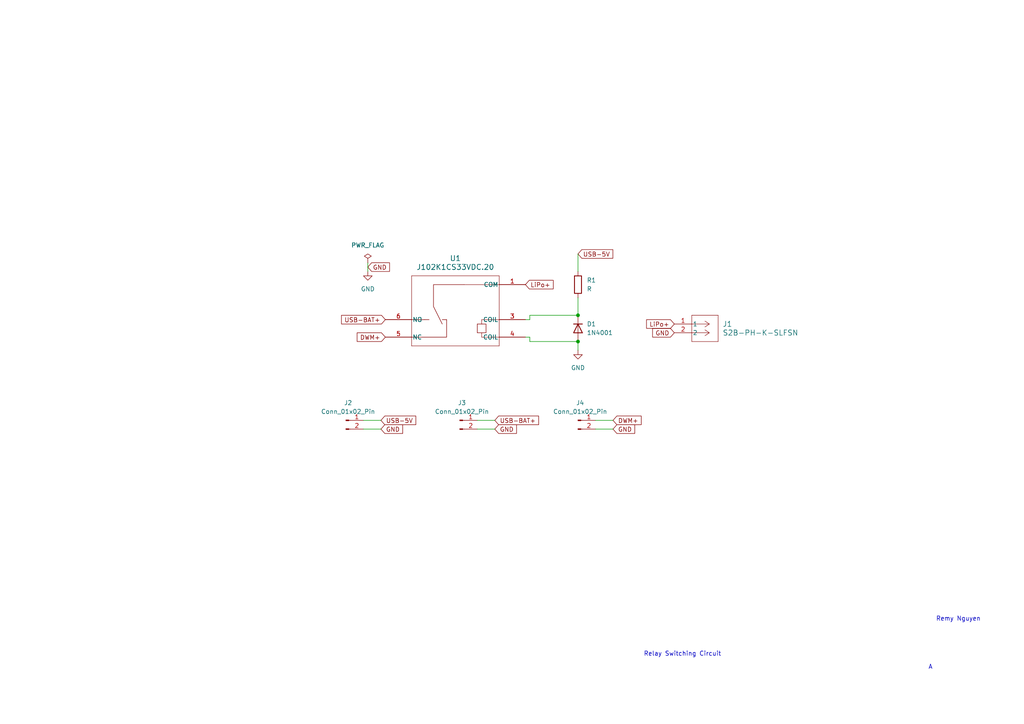
<source format=kicad_sch>
(kicad_sch (version 20230121) (generator eeschema)

  (uuid dc26678c-d15a-4c7c-a3c1-8a6982df83ee)

  (paper "A4")

  (lib_symbols
    (symbol "Connector:Conn_01x02_Pin" (pin_names (offset 1.016) hide) (in_bom yes) (on_board yes)
      (property "Reference" "J" (at 0 2.54 0)
        (effects (font (size 1.27 1.27)))
      )
      (property "Value" "Conn_01x02_Pin" (at 0 -5.08 0)
        (effects (font (size 1.27 1.27)))
      )
      (property "Footprint" "" (at 0 0 0)
        (effects (font (size 1.27 1.27)) hide)
      )
      (property "Datasheet" "~" (at 0 0 0)
        (effects (font (size 1.27 1.27)) hide)
      )
      (property "ki_locked" "" (at 0 0 0)
        (effects (font (size 1.27 1.27)))
      )
      (property "ki_keywords" "connector" (at 0 0 0)
        (effects (font (size 1.27 1.27)) hide)
      )
      (property "ki_description" "Generic connector, single row, 01x02, script generated" (at 0 0 0)
        (effects (font (size 1.27 1.27)) hide)
      )
      (property "ki_fp_filters" "Connector*:*_1x??_*" (at 0 0 0)
        (effects (font (size 1.27 1.27)) hide)
      )
      (symbol "Conn_01x02_Pin_1_1"
        (polyline
          (pts
            (xy 1.27 -2.54)
            (xy 0.8636 -2.54)
          )
          (stroke (width 0.1524) (type default))
          (fill (type none))
        )
        (polyline
          (pts
            (xy 1.27 0)
            (xy 0.8636 0)
          )
          (stroke (width 0.1524) (type default))
          (fill (type none))
        )
        (rectangle (start 0.8636 -2.413) (end 0 -2.667)
          (stroke (width 0.1524) (type default))
          (fill (type outline))
        )
        (rectangle (start 0.8636 0.127) (end 0 -0.127)
          (stroke (width 0.1524) (type default))
          (fill (type outline))
        )
        (pin passive line (at 5.08 0 180) (length 3.81)
          (name "Pin_1" (effects (font (size 1.27 1.27))))
          (number "1" (effects (font (size 1.27 1.27))))
        )
        (pin passive line (at 5.08 -2.54 180) (length 3.81)
          (name "Pin_2" (effects (font (size 1.27 1.27))))
          (number "2" (effects (font (size 1.27 1.27))))
        )
      )
    )
    (symbol "Device:R" (pin_numbers hide) (pin_names (offset 0)) (in_bom yes) (on_board yes)
      (property "Reference" "R" (at 2.032 0 90)
        (effects (font (size 1.27 1.27)))
      )
      (property "Value" "R" (at 0 0 90)
        (effects (font (size 1.27 1.27)))
      )
      (property "Footprint" "" (at -1.778 0 90)
        (effects (font (size 1.27 1.27)) hide)
      )
      (property "Datasheet" "~" (at 0 0 0)
        (effects (font (size 1.27 1.27)) hide)
      )
      (property "ki_keywords" "R res resistor" (at 0 0 0)
        (effects (font (size 1.27 1.27)) hide)
      )
      (property "ki_description" "Resistor" (at 0 0 0)
        (effects (font (size 1.27 1.27)) hide)
      )
      (property "ki_fp_filters" "R_*" (at 0 0 0)
        (effects (font (size 1.27 1.27)) hide)
      )
      (symbol "R_0_1"
        (rectangle (start -1.016 -2.54) (end 1.016 2.54)
          (stroke (width 0.254) (type default))
          (fill (type none))
        )
      )
      (symbol "R_1_1"
        (pin passive line (at 0 3.81 270) (length 1.27)
          (name "~" (effects (font (size 1.27 1.27))))
          (number "1" (effects (font (size 1.27 1.27))))
        )
        (pin passive line (at 0 -3.81 90) (length 1.27)
          (name "~" (effects (font (size 1.27 1.27))))
          (number "2" (effects (font (size 1.27 1.27))))
        )
      )
    )
    (symbol "Diode:1N4001" (pin_numbers hide) (pin_names hide) (in_bom yes) (on_board yes)
      (property "Reference" "D" (at 0 2.54 0)
        (effects (font (size 1.27 1.27)))
      )
      (property "Value" "1N4001" (at 0 -2.54 0)
        (effects (font (size 1.27 1.27)))
      )
      (property "Footprint" "Diode_THT:D_DO-41_SOD81_P10.16mm_Horizontal" (at 0 0 0)
        (effects (font (size 1.27 1.27)) hide)
      )
      (property "Datasheet" "http://www.vishay.com/docs/88503/1n4001.pdf" (at 0 0 0)
        (effects (font (size 1.27 1.27)) hide)
      )
      (property "Sim.Device" "D" (at 0 0 0)
        (effects (font (size 1.27 1.27)) hide)
      )
      (property "Sim.Pins" "1=K 2=A" (at 0 0 0)
        (effects (font (size 1.27 1.27)) hide)
      )
      (property "ki_keywords" "diode" (at 0 0 0)
        (effects (font (size 1.27 1.27)) hide)
      )
      (property "ki_description" "50V 1A General Purpose Rectifier Diode, DO-41" (at 0 0 0)
        (effects (font (size 1.27 1.27)) hide)
      )
      (property "ki_fp_filters" "D*DO?41*" (at 0 0 0)
        (effects (font (size 1.27 1.27)) hide)
      )
      (symbol "1N4001_0_1"
        (polyline
          (pts
            (xy -1.27 1.27)
            (xy -1.27 -1.27)
          )
          (stroke (width 0.254) (type default))
          (fill (type none))
        )
        (polyline
          (pts
            (xy 1.27 0)
            (xy -1.27 0)
          )
          (stroke (width 0) (type default))
          (fill (type none))
        )
        (polyline
          (pts
            (xy 1.27 1.27)
            (xy 1.27 -1.27)
            (xy -1.27 0)
            (xy 1.27 1.27)
          )
          (stroke (width 0.254) (type default))
          (fill (type none))
        )
      )
      (symbol "1N4001_1_1"
        (pin passive line (at -3.81 0 0) (length 2.54)
          (name "K" (effects (font (size 1.27 1.27))))
          (number "1" (effects (font (size 1.27 1.27))))
        )
        (pin passive line (at 3.81 0 180) (length 2.54)
          (name "A" (effects (font (size 1.27 1.27))))
          (number "2" (effects (font (size 1.27 1.27))))
        )
      )
    )
    (symbol "J104D2C5DC-20S:J102K1CS33VDC.20" (pin_names (offset 0.254)) (in_bom yes) (on_board yes)
      (property "Reference" "U" (at 20.32 10.16 0)
        (effects (font (size 1.524 1.524)))
      )
      (property "Value" "J102K1CS33VDC.20" (at 20.32 7.62 0)
        (effects (font (size 1.524 1.524)))
      )
      (property "Footprint" "RELAY8_J102K1CS33VDC.20_CRS" (at 0 0 0)
        (effects (font (size 1.27 1.27) italic) hide)
      )
      (property "Datasheet" "J102K1CS33VDC.20" (at 0 0 0)
        (effects (font (size 1.27 1.27) italic) hide)
      )
      (property "ki_locked" "" (at 0 0 0)
        (effects (font (size 1.27 1.27)))
      )
      (property "ki_keywords" "J104D2C5VDC.20S" (at 0 0 0)
        (effects (font (size 1.27 1.27)) hide)
      )
      (property "ki_fp_filters" "RELAY8_J104D2C5VDC.20S_CRS" (at 0 0 0)
        (effects (font (size 1.27 1.27)) hide)
      )
      (symbol "J102K1CS33VDC.20_0_1"
        (polyline
          (pts
            (xy 7.62 -15.24)
            (xy 33.02 -15.24)
          )
          (stroke (width 0.127) (type default))
          (fill (type none))
        )
        (polyline
          (pts
            (xy 7.62 5.08)
            (xy 7.62 -15.24)
          )
          (stroke (width 0.127) (type default))
          (fill (type none))
        )
        (polyline
          (pts
            (xy 22.86 2.54)
            (xy 33.02 2.54)
          )
          (stroke (width 0.127) (type default))
          (fill (type none))
        )
        (polyline
          (pts
            (xy 27.94 -12.7)
            (xy 33.02 -12.7)
          )
          (stroke (width 0.127) (type default))
          (fill (type none))
        )
        (polyline
          (pts
            (xy 27.94 -11.43)
            (xy 27.94 -12.7)
          )
          (stroke (width 0.127) (type default))
          (fill (type none))
        )
        (polyline
          (pts
            (xy 27.94 -7.62)
            (xy 27.94 -8.89)
          )
          (stroke (width 0.127) (type default))
          (fill (type none))
        )
        (polyline
          (pts
            (xy 33.02 -15.24)
            (xy 33.02 5.08)
          )
          (stroke (width 0.127) (type default))
          (fill (type none))
        )
        (polyline
          (pts
            (xy 33.02 -7.62)
            (xy 27.94 -7.62)
          )
          (stroke (width 0.127) (type default))
          (fill (type none))
        )
        (polyline
          (pts
            (xy 33.02 5.08)
            (xy 7.62 5.08)
          )
          (stroke (width 0.127) (type default))
          (fill (type none))
        )
      )
      (symbol "J102K1CS33VDC.20_1_1"
        (polyline
          (pts
            (xy 7.62 -7.62)
            (xy 11.43 -7.62)
          )
          (stroke (width 0) (type default))
          (fill (type none))
        )
        (polyline
          (pts
            (xy 11.43 -7.62)
            (xy 12.7 -7.62)
          )
          (stroke (width 0) (type default))
          (fill (type none))
        )
        (polyline
          (pts
            (xy 17.78 -7.62)
            (xy 16.51 -7.62)
          )
          (stroke (width 0) (type default))
          (fill (type none))
        )
        (polyline
          (pts
            (xy 7.62 -12.7)
            (xy 17.78 -12.7)
            (xy 17.78 -7.62)
          )
          (stroke (width 0) (type default))
          (fill (type none))
        )
        (polyline
          (pts
            (xy 22.86 2.54)
            (xy 15.24 2.54)
            (xy 13.97 2.54)
            (xy 13.97 -3.81)
            (xy 16.51 -8.89)
          )
          (stroke (width 0) (type default))
          (fill (type none))
        )
        (rectangle (start 26.67 -8.89) (end 29.21 -11.43)
          (stroke (width 0) (type default))
          (fill (type none))
        )
        (pin passive line (at 40.64 2.54 180) (length 7.62)
          (name "COM" (effects (font (size 1.27 1.27))))
          (number "1" (effects (font (size 1.27 1.27))))
        )
        (pin passive line (at 40.64 -7.62 180) (length 7.62)
          (name "COIL" (effects (font (size 1.27 1.27))))
          (number "3" (effects (font (size 1.27 1.27))))
        )
        (pin passive line (at 40.64 -12.7 180) (length 7.62)
          (name "COIL" (effects (font (size 1.27 1.27))))
          (number "4" (effects (font (size 1.27 1.27))))
        )
        (pin passive line (at 0 -12.7 0) (length 7.62)
          (name "NC" (effects (font (size 1.27 1.27))))
          (number "5" (effects (font (size 1.27 1.27))))
        )
        (pin passive line (at 0 -7.62 0) (length 7.62)
          (name "NO" (effects (font (size 1.27 1.27))))
          (number "6" (effects (font (size 1.27 1.27))))
        )
      )
    )
    (symbol "S2B-PH-K-S:S2B-PH-K-SLFSN" (pin_names (offset 0.254)) (in_bom yes) (on_board yes)
      (property "Reference" "J" (at 8.89 6.35 0)
        (effects (font (size 1.524 1.524)))
      )
      (property "Value" "S2B-PH-K-SLFSN" (at 0 0 0)
        (effects (font (size 1.524 1.524)))
      )
      (property "Footprint" "CONN_S2B-PH-K-S_JST" (at 0 0 0)
        (effects (font (size 1.27 1.27) italic) hide)
      )
      (property "Datasheet" "S2B-PH-K-SLFSN" (at 0 0 0)
        (effects (font (size 1.27 1.27) italic) hide)
      )
      (property "ki_locked" "" (at 0 0 0)
        (effects (font (size 1.27 1.27)))
      )
      (property "ki_keywords" "S2B-PH-K-S(LF)(SN)" (at 0 0 0)
        (effects (font (size 1.27 1.27)) hide)
      )
      (property "ki_fp_filters" "CONN_S2B-PH-K-S_JST" (at 0 0 0)
        (effects (font (size 1.27 1.27)) hide)
      )
      (symbol "S2B-PH-K-SLFSN_1_1"
        (polyline
          (pts
            (xy 5.08 -5.08)
            (xy 12.7 -5.08)
          )
          (stroke (width 0.127) (type default))
          (fill (type none))
        )
        (polyline
          (pts
            (xy 5.08 2.54)
            (xy 5.08 -5.08)
          )
          (stroke (width 0.127) (type default))
          (fill (type none))
        )
        (polyline
          (pts
            (xy 10.16 -2.54)
            (xy 5.08 -2.54)
          )
          (stroke (width 0.127) (type default))
          (fill (type none))
        )
        (polyline
          (pts
            (xy 10.16 -2.54)
            (xy 8.89 -3.3867)
          )
          (stroke (width 0.127) (type default))
          (fill (type none))
        )
        (polyline
          (pts
            (xy 10.16 -2.54)
            (xy 8.89 -1.6933)
          )
          (stroke (width 0.127) (type default))
          (fill (type none))
        )
        (polyline
          (pts
            (xy 10.16 0)
            (xy 5.08 0)
          )
          (stroke (width 0.127) (type default))
          (fill (type none))
        )
        (polyline
          (pts
            (xy 10.16 0)
            (xy 8.89 -0.8467)
          )
          (stroke (width 0.127) (type default))
          (fill (type none))
        )
        (polyline
          (pts
            (xy 10.16 0)
            (xy 8.89 0.8467)
          )
          (stroke (width 0.127) (type default))
          (fill (type none))
        )
        (polyline
          (pts
            (xy 12.7 -5.08)
            (xy 12.7 2.54)
          )
          (stroke (width 0.127) (type default))
          (fill (type none))
        )
        (polyline
          (pts
            (xy 12.7 2.54)
            (xy 5.08 2.54)
          )
          (stroke (width 0.127) (type default))
          (fill (type none))
        )
        (pin passive line (at 0 0 0) (length 5.08)
          (name "1" (effects (font (size 1.27 1.27))))
          (number "1" (effects (font (size 1.27 1.27))))
        )
        (pin passive line (at 0 -2.54 0) (length 5.08)
          (name "2" (effects (font (size 1.27 1.27))))
          (number "2" (effects (font (size 1.27 1.27))))
        )
      )
      (symbol "S2B-PH-K-SLFSN_1_2"
        (polyline
          (pts
            (xy 5.08 -5.08)
            (xy 12.7 -5.08)
          )
          (stroke (width 0.127) (type default))
          (fill (type none))
        )
        (polyline
          (pts
            (xy 5.08 2.54)
            (xy 5.08 -5.08)
          )
          (stroke (width 0.127) (type default))
          (fill (type none))
        )
        (polyline
          (pts
            (xy 7.62 -2.54)
            (xy 5.08 -2.54)
          )
          (stroke (width 0.127) (type default))
          (fill (type none))
        )
        (polyline
          (pts
            (xy 7.62 -2.54)
            (xy 8.89 -3.3867)
          )
          (stroke (width 0.127) (type default))
          (fill (type none))
        )
        (polyline
          (pts
            (xy 7.62 -2.54)
            (xy 8.89 -1.6933)
          )
          (stroke (width 0.127) (type default))
          (fill (type none))
        )
        (polyline
          (pts
            (xy 7.62 0)
            (xy 5.08 0)
          )
          (stroke (width 0.127) (type default))
          (fill (type none))
        )
        (polyline
          (pts
            (xy 7.62 0)
            (xy 8.89 -0.8467)
          )
          (stroke (width 0.127) (type default))
          (fill (type none))
        )
        (polyline
          (pts
            (xy 7.62 0)
            (xy 8.89 0.8467)
          )
          (stroke (width 0.127) (type default))
          (fill (type none))
        )
        (polyline
          (pts
            (xy 12.7 -5.08)
            (xy 12.7 2.54)
          )
          (stroke (width 0.127) (type default))
          (fill (type none))
        )
        (polyline
          (pts
            (xy 12.7 2.54)
            (xy 5.08 2.54)
          )
          (stroke (width 0.127) (type default))
          (fill (type none))
        )
        (pin unspecified line (at 0 0 0) (length 5.08)
          (name "1" (effects (font (size 1.27 1.27))))
          (number "1" (effects (font (size 1.27 1.27))))
        )
        (pin unspecified line (at 0 -2.54 0) (length 5.08)
          (name "2" (effects (font (size 1.27 1.27))))
          (number "2" (effects (font (size 1.27 1.27))))
        )
      )
    )
    (symbol "power:GND" (power) (pin_names (offset 0)) (in_bom yes) (on_board yes)
      (property "Reference" "#PWR" (at 0 -6.35 0)
        (effects (font (size 1.27 1.27)) hide)
      )
      (property "Value" "GND" (at 0 -3.81 0)
        (effects (font (size 1.27 1.27)))
      )
      (property "Footprint" "" (at 0 0 0)
        (effects (font (size 1.27 1.27)) hide)
      )
      (property "Datasheet" "" (at 0 0 0)
        (effects (font (size 1.27 1.27)) hide)
      )
      (property "ki_keywords" "global power" (at 0 0 0)
        (effects (font (size 1.27 1.27)) hide)
      )
      (property "ki_description" "Power symbol creates a global label with name \"GND\" , ground" (at 0 0 0)
        (effects (font (size 1.27 1.27)) hide)
      )
      (symbol "GND_0_1"
        (polyline
          (pts
            (xy 0 0)
            (xy 0 -1.27)
            (xy 1.27 -1.27)
            (xy 0 -2.54)
            (xy -1.27 -1.27)
            (xy 0 -1.27)
          )
          (stroke (width 0) (type default))
          (fill (type none))
        )
      )
      (symbol "GND_1_1"
        (pin power_in line (at 0 0 270) (length 0) hide
          (name "GND" (effects (font (size 1.27 1.27))))
          (number "1" (effects (font (size 1.27 1.27))))
        )
      )
    )
    (symbol "power:PWR_FLAG" (power) (pin_numbers hide) (pin_names (offset 0) hide) (in_bom yes) (on_board yes)
      (property "Reference" "#FLG" (at 0 1.905 0)
        (effects (font (size 1.27 1.27)) hide)
      )
      (property "Value" "PWR_FLAG" (at 0 3.81 0)
        (effects (font (size 1.27 1.27)))
      )
      (property "Footprint" "" (at 0 0 0)
        (effects (font (size 1.27 1.27)) hide)
      )
      (property "Datasheet" "~" (at 0 0 0)
        (effects (font (size 1.27 1.27)) hide)
      )
      (property "ki_keywords" "flag power" (at 0 0 0)
        (effects (font (size 1.27 1.27)) hide)
      )
      (property "ki_description" "Special symbol for telling ERC where power comes from" (at 0 0 0)
        (effects (font (size 1.27 1.27)) hide)
      )
      (symbol "PWR_FLAG_0_0"
        (pin power_out line (at 0 0 90) (length 0)
          (name "pwr" (effects (font (size 1.27 1.27))))
          (number "1" (effects (font (size 1.27 1.27))))
        )
      )
      (symbol "PWR_FLAG_0_1"
        (polyline
          (pts
            (xy 0 0)
            (xy 0 1.27)
            (xy -1.016 1.905)
            (xy 0 2.54)
            (xy 1.016 1.905)
            (xy 0 1.27)
          )
          (stroke (width 0) (type default))
          (fill (type none))
        )
      )
    )
  )

  (junction (at 167.64 91.44) (diameter 0) (color 0 0 0 0)
    (uuid 5b49062d-8467-4720-b23f-a9aaa37e3ab4)
  )
  (junction (at 167.64 99.06) (diameter 0) (color 0 0 0 0)
    (uuid 923a612f-641c-43cf-a64c-98cdd6485877)
  )

  (wire (pts (xy 152.4 92.71) (xy 153.67 92.71))
    (stroke (width 0) (type default))
    (uuid 10f4963a-e85e-4441-b0c1-ef766e2fac0a)
  )
  (wire (pts (xy 167.64 86.36) (xy 167.64 91.44))
    (stroke (width 0) (type default))
    (uuid 279dcd4c-bdbd-432f-a288-0631dfaf1aa6)
  )
  (wire (pts (xy 138.43 124.46) (xy 143.51 124.46))
    (stroke (width 0) (type default))
    (uuid 3effa4b9-d2c9-4886-a116-936d45466fc9)
  )
  (wire (pts (xy 105.41 124.46) (xy 110.49 124.46))
    (stroke (width 0) (type default))
    (uuid 590cdcda-9b4d-43a7-ad86-8f666b361b6e)
  )
  (wire (pts (xy 172.72 121.92) (xy 177.8 121.92))
    (stroke (width 0) (type default))
    (uuid 6b65dd70-e0c9-4007-b6e8-64d944c8e23c)
  )
  (wire (pts (xy 138.43 121.92) (xy 143.51 121.92))
    (stroke (width 0) (type default))
    (uuid 84f1b948-dda3-4d62-9d84-44803125fabd)
  )
  (wire (pts (xy 167.64 99.06) (xy 167.64 101.6))
    (stroke (width 0) (type default))
    (uuid 8873f17b-8779-4f47-9329-43882fdfbf55)
  )
  (wire (pts (xy 167.64 73.66) (xy 167.64 78.74))
    (stroke (width 0) (type default))
    (uuid 9f3e5793-1772-4ee2-ba4c-abe89bc82e2b)
  )
  (wire (pts (xy 106.68 76.2) (xy 106.68 78.74))
    (stroke (width 0) (type default))
    (uuid a4112efb-8ae2-493e-820f-c692f106f142)
  )
  (wire (pts (xy 105.41 121.92) (xy 110.49 121.92))
    (stroke (width 0) (type default))
    (uuid a50c7ac8-99c8-4744-a2a6-74f98b6f7428)
  )
  (wire (pts (xy 172.72 124.46) (xy 177.8 124.46))
    (stroke (width 0) (type default))
    (uuid a7d604e6-ef89-42db-b4d2-ff52f390ad8b)
  )
  (wire (pts (xy 153.67 97.79) (xy 153.67 99.06))
    (stroke (width 0) (type default))
    (uuid c2caf876-8ec6-4250-9108-7f0db66f659f)
  )
  (wire (pts (xy 152.4 97.79) (xy 153.67 97.79))
    (stroke (width 0) (type default))
    (uuid d055aab1-48d4-4f44-ad46-3a75cf7bc03a)
  )
  (wire (pts (xy 153.67 92.71) (xy 153.67 91.44))
    (stroke (width 0) (type default))
    (uuid d1c351a8-a9f6-4bfa-871b-6a0a38721bb7)
  )
  (wire (pts (xy 153.67 91.44) (xy 167.64 91.44))
    (stroke (width 0) (type default))
    (uuid e19771be-db49-4fcc-8efb-7c852b300b2f)
  )
  (wire (pts (xy 153.67 99.06) (xy 167.64 99.06))
    (stroke (width 0) (type default))
    (uuid e6682a53-b878-4221-921d-4f26ed07213a)
  )

  (text "Relay Switching Circuit" (at 186.69 190.5 0)
    (effects (font (size 1.27 1.27)) (justify left bottom))
    (uuid 28b901d9-98c3-41eb-a651-8891b4fe3206)
  )
  (text "Remy Nguyen" (at 284.48 180.34 0)
    (effects (font (size 1.27 1.27)) (justify right bottom))
    (uuid 37992e87-c360-425a-802c-68989d10081e)
  )
  (text "A" (at 269.24 194.31 0)
    (effects (font (size 1.27 1.27)) (justify left bottom))
    (uuid d56d519c-f93d-4c19-9b9a-692c7eb8691e)
  )

  (global_label "LiPo+" (shape input) (at 152.4 82.55 0) (fields_autoplaced)
    (effects (font (size 1.27 1.27)) (justify left))
    (uuid 00559261-330d-4d28-be4c-553b5cf695f1)
    (property "Intersheetrefs" "${INTERSHEET_REFS}" (at 160.9301 82.55 0)
      (effects (font (size 1.27 1.27)) (justify left) hide)
    )
  )
  (global_label "GND" (shape input) (at 177.8 124.46 0) (fields_autoplaced)
    (effects (font (size 1.27 1.27)) (justify left))
    (uuid 22226156-5154-4437-9ab8-fa5c047408e3)
    (property "Intersheetrefs" "${INTERSHEET_REFS}" (at 184.5763 124.46 0)
      (effects (font (size 1.27 1.27)) (justify left) hide)
    )
  )
  (global_label "USB-BAT+" (shape input) (at 143.51 121.92 0) (fields_autoplaced)
    (effects (font (size 1.27 1.27)) (justify left))
    (uuid 29447960-960f-43d0-b437-338e716596a7)
    (property "Intersheetrefs" "${INTERSHEET_REFS}" (at 156.6968 121.92 0)
      (effects (font (size 1.27 1.27)) (justify left) hide)
    )
  )
  (global_label "GND" (shape input) (at 195.58 96.52 180) (fields_autoplaced)
    (effects (font (size 1.27 1.27)) (justify right))
    (uuid 419c7577-5fcf-4c5b-af53-d6e6c3704be0)
    (property "Intersheetrefs" "${INTERSHEET_REFS}" (at 188.8037 96.52 0)
      (effects (font (size 1.27 1.27)) (justify right) hide)
    )
  )
  (global_label "GND" (shape input) (at 143.51 124.46 0) (fields_autoplaced)
    (effects (font (size 1.27 1.27)) (justify left))
    (uuid 585000e7-ea32-471d-b4d4-ec58074fe562)
    (property "Intersheetrefs" "${INTERSHEET_REFS}" (at 150.2863 124.46 0)
      (effects (font (size 1.27 1.27)) (justify left) hide)
    )
  )
  (global_label "USB-BAT+" (shape input) (at 111.76 92.71 180) (fields_autoplaced)
    (effects (font (size 1.27 1.27)) (justify right))
    (uuid 5a557305-f9d0-4dcd-a6e0-867e29c3df8a)
    (property "Intersheetrefs" "${INTERSHEET_REFS}" (at 98.5732 92.71 0)
      (effects (font (size 1.27 1.27)) (justify right) hide)
    )
  )
  (global_label "USB-5V" (shape input) (at 167.64 73.66 0) (fields_autoplaced)
    (effects (font (size 1.27 1.27)) (justify left))
    (uuid 66507d13-8e41-4fe3-8a55-5719545c105f)
    (property "Intersheetrefs" "${INTERSHEET_REFS}" (at 178.2263 73.66 0)
      (effects (font (size 1.27 1.27)) (justify left) hide)
    )
  )
  (global_label "GND" (shape input) (at 106.68 77.47 0) (fields_autoplaced)
    (effects (font (size 1.27 1.27)) (justify left))
    (uuid 7c11c73e-2d51-4d89-ae93-d7dc7aa9f41f)
    (property "Intersheetrefs" "${INTERSHEET_REFS}" (at 113.4563 77.47 0)
      (effects (font (size 1.27 1.27)) (justify left) hide)
    )
  )
  (global_label "DWM+" (shape input) (at 177.8 121.92 0) (fields_autoplaced)
    (effects (font (size 1.27 1.27)) (justify left))
    (uuid 91acbb4d-aff1-4405-bfe5-da533fffedea)
    (property "Intersheetrefs" "${INTERSHEET_REFS}" (at 186.451 121.92 0)
      (effects (font (size 1.27 1.27)) (justify left) hide)
    )
  )
  (global_label "DWM+" (shape input) (at 111.76 97.79 180) (fields_autoplaced)
    (effects (font (size 1.27 1.27)) (justify right))
    (uuid c2808d50-8abc-4eb5-bf33-2d9fea9c9bd5)
    (property "Intersheetrefs" "${INTERSHEET_REFS}" (at 103.109 97.79 0)
      (effects (font (size 1.27 1.27)) (justify right) hide)
    )
  )
  (global_label "GND" (shape input) (at 110.49 124.46 0) (fields_autoplaced)
    (effects (font (size 1.27 1.27)) (justify left))
    (uuid c9df247b-697b-40c4-b685-f4f62d0678b1)
    (property "Intersheetrefs" "${INTERSHEET_REFS}" (at 117.2663 124.46 0)
      (effects (font (size 1.27 1.27)) (justify left) hide)
    )
  )
  (global_label "USB-5V" (shape input) (at 110.49 121.92 0) (fields_autoplaced)
    (effects (font (size 1.27 1.27)) (justify left))
    (uuid e808349a-6231-4876-9dc1-138811833276)
    (property "Intersheetrefs" "${INTERSHEET_REFS}" (at 121.0763 121.92 0)
      (effects (font (size 1.27 1.27)) (justify left) hide)
    )
  )
  (global_label "LiPo+" (shape input) (at 195.58 93.98 180) (fields_autoplaced)
    (effects (font (size 1.27 1.27)) (justify right))
    (uuid f4517010-267d-40bc-ab04-1c396883d419)
    (property "Intersheetrefs" "${INTERSHEET_REFS}" (at 187.0499 93.98 0)
      (effects (font (size 1.27 1.27)) (justify right) hide)
    )
  )

  (symbol (lib_id "power:GND") (at 167.64 101.6 0) (unit 1)
    (in_bom yes) (on_board yes) (dnp no) (fields_autoplaced)
    (uuid 0ea0d0a9-b771-49c1-9875-f9e00233c4dd)
    (property "Reference" "#PWR03" (at 167.64 107.95 0)
      (effects (font (size 1.27 1.27)) hide)
    )
    (property "Value" "GND" (at 167.64 106.68 0)
      (effects (font (size 1.27 1.27)))
    )
    (property "Footprint" "" (at 167.64 101.6 0)
      (effects (font (size 1.27 1.27)) hide)
    )
    (property "Datasheet" "" (at 167.64 101.6 0)
      (effects (font (size 1.27 1.27)) hide)
    )
    (pin "1" (uuid b36be2f7-287f-412a-ae3b-7aeeeeb5a39e))
    (instances
      (project "UWB-AT-Switch"
        (path "/dc26678c-d15a-4c7c-a3c1-8a6982df83ee"
          (reference "#PWR03") (unit 1)
        )
      )
    )
  )

  (symbol (lib_id "power:GND") (at 106.68 78.74 0) (unit 1)
    (in_bom yes) (on_board yes) (dnp no) (fields_autoplaced)
    (uuid 117aaa26-6a67-4429-9814-900bc842dfed)
    (property "Reference" "#PWR04" (at 106.68 85.09 0)
      (effects (font (size 1.27 1.27)) hide)
    )
    (property "Value" "GND" (at 106.68 83.82 0)
      (effects (font (size 1.27 1.27)))
    )
    (property "Footprint" "" (at 106.68 78.74 0)
      (effects (font (size 1.27 1.27)) hide)
    )
    (property "Datasheet" "" (at 106.68 78.74 0)
      (effects (font (size 1.27 1.27)) hide)
    )
    (pin "1" (uuid 5b9514a5-8164-420e-a5fb-59b2c867077e))
    (instances
      (project "UWB-AT-Switch"
        (path "/dc26678c-d15a-4c7c-a3c1-8a6982df83ee"
          (reference "#PWR04") (unit 1)
        )
      )
    )
  )

  (symbol (lib_id "Connector:Conn_01x02_Pin") (at 167.64 121.92 0) (unit 1)
    (in_bom yes) (on_board yes) (dnp no) (fields_autoplaced)
    (uuid 3ee6a383-1c22-4b9e-8ec6-b78f7374a74f)
    (property "Reference" "J4" (at 168.275 116.84 0)
      (effects (font (size 1.27 1.27)))
    )
    (property "Value" "Conn_01x02_Pin" (at 168.275 119.38 0)
      (effects (font (size 1.27 1.27)))
    )
    (property "Footprint" "Connector_PinHeader_2.54mm:PinHeader_1x02_P2.54mm_Vertical" (at 167.64 121.92 0)
      (effects (font (size 1.27 1.27)) hide)
    )
    (property "Datasheet" "~" (at 167.64 121.92 0)
      (effects (font (size 1.27 1.27)) hide)
    )
    (pin "1" (uuid 517b2e0b-6ad7-4689-b8ad-69b2a0c37f3b))
    (pin "2" (uuid 4004f194-e868-4516-9e16-5de21fdda785))
    (instances
      (project "UWB-AT-Switch"
        (path "/dc26678c-d15a-4c7c-a3c1-8a6982df83ee"
          (reference "J4") (unit 1)
        )
      )
    )
  )

  (symbol (lib_id "J104D2C5DC-20S:J102K1CS33VDC.20") (at 111.76 85.09 0) (unit 1)
    (in_bom yes) (on_board yes) (dnp no) (fields_autoplaced)
    (uuid 463afed3-63f1-4fdc-bbd2-b259d63452c4)
    (property "Reference" "U1" (at 132.08 74.93 0)
      (effects (font (size 1.524 1.524)))
    )
    (property "Value" "J102K1CS33VDC.20" (at 132.08 77.47 0)
      (effects (font (size 1.524 1.524)))
    )
    (property "Footprint" "RELAY8_J102K1CS33VDC.20_CRS" (at 111.76 85.09 0)
      (effects (font (size 1.27 1.27) italic) hide)
    )
    (property "Datasheet" "J102K1CS33VDC.20" (at 111.76 85.09 0)
      (effects (font (size 1.27 1.27) italic) hide)
    )
    (pin "1" (uuid bb204964-ecb4-40a4-a9bf-13ab93e5f1bf))
    (pin "3" (uuid fed770a8-d4f3-4e4d-a57a-926e93d403ac))
    (pin "4" (uuid 5b187bd1-0718-4b13-859a-5b0fc85adbac))
    (pin "5" (uuid 3da864af-e035-43bb-8358-d596ced151e3))
    (pin "6" (uuid 03d64064-509f-44e4-8cf7-33ab3eb29c7e))
    (instances
      (project "UWB-AT-Switch"
        (path "/dc26678c-d15a-4c7c-a3c1-8a6982df83ee"
          (reference "U1") (unit 1)
        )
      )
    )
  )

  (symbol (lib_id "Connector:Conn_01x02_Pin") (at 100.33 121.92 0) (unit 1)
    (in_bom yes) (on_board yes) (dnp no) (fields_autoplaced)
    (uuid 9c7a3391-89ff-4e4b-b01c-ce9036fe1f94)
    (property "Reference" "J2" (at 100.965 116.84 0)
      (effects (font (size 1.27 1.27)))
    )
    (property "Value" "Conn_01x02_Pin" (at 100.965 119.38 0)
      (effects (font (size 1.27 1.27)))
    )
    (property "Footprint" "Connector_PinHeader_2.54mm:PinHeader_1x02_P2.54mm_Vertical" (at 100.33 121.92 0)
      (effects (font (size 1.27 1.27)) hide)
    )
    (property "Datasheet" "~" (at 100.33 121.92 0)
      (effects (font (size 1.27 1.27)) hide)
    )
    (pin "1" (uuid ba866d46-12c0-49ec-9c90-f4e492bb4987))
    (pin "2" (uuid 665b3455-2ee1-4b6d-bdc0-1c259f4a71fa))
    (instances
      (project "UWB-AT-Switch"
        (path "/dc26678c-d15a-4c7c-a3c1-8a6982df83ee"
          (reference "J2") (unit 1)
        )
      )
    )
  )

  (symbol (lib_id "Diode:1N4001") (at 167.64 95.25 270) (unit 1)
    (in_bom yes) (on_board yes) (dnp no) (fields_autoplaced)
    (uuid be12ad5f-e4eb-464f-940b-ffde685d4ea6)
    (property "Reference" "D1" (at 170.18 93.98 90)
      (effects (font (size 1.27 1.27)) (justify left))
    )
    (property "Value" "1N4001" (at 170.18 96.52 90)
      (effects (font (size 1.27 1.27)) (justify left))
    )
    (property "Footprint" "Diode_THT:D_DO-41_SOD81_P10.16mm_Horizontal" (at 167.64 95.25 0)
      (effects (font (size 1.27 1.27)) hide)
    )
    (property "Datasheet" "http://www.vishay.com/docs/88503/1n4001.pdf" (at 167.64 95.25 0)
      (effects (font (size 1.27 1.27)) hide)
    )
    (property "Sim.Device" "D" (at 167.64 95.25 0)
      (effects (font (size 1.27 1.27)) hide)
    )
    (property "Sim.Pins" "1=K 2=A" (at 167.64 95.25 0)
      (effects (font (size 1.27 1.27)) hide)
    )
    (pin "1" (uuid e0b49ca4-c9ce-48b0-be2a-90cac5d02085))
    (pin "2" (uuid 59b39169-489b-4994-a1ae-4d832055717e))
    (instances
      (project "UWB-AT-Switch"
        (path "/dc26678c-d15a-4c7c-a3c1-8a6982df83ee"
          (reference "D1") (unit 1)
        )
      )
    )
  )

  (symbol (lib_id "power:PWR_FLAG") (at 106.68 76.2 0) (unit 1)
    (in_bom yes) (on_board yes) (dnp no) (fields_autoplaced)
    (uuid c0c4877e-29a6-4992-a910-5ba36e1f224d)
    (property "Reference" "#FLG01" (at 106.68 74.295 0)
      (effects (font (size 1.27 1.27)) hide)
    )
    (property "Value" "PWR_FLAG" (at 106.68 71.12 0)
      (effects (font (size 1.27 1.27)))
    )
    (property "Footprint" "" (at 106.68 76.2 0)
      (effects (font (size 1.27 1.27)) hide)
    )
    (property "Datasheet" "~" (at 106.68 76.2 0)
      (effects (font (size 1.27 1.27)) hide)
    )
    (pin "1" (uuid e05b5779-94d2-4745-81e3-43f596a7ebcd))
    (instances
      (project "UWB-AT-Switch"
        (path "/dc26678c-d15a-4c7c-a3c1-8a6982df83ee"
          (reference "#FLG01") (unit 1)
        )
      )
    )
  )

  (symbol (lib_id "S2B-PH-K-S:S2B-PH-K-SLFSN") (at 195.58 93.98 0) (unit 1)
    (in_bom yes) (on_board yes) (dnp no) (fields_autoplaced)
    (uuid c5db14d5-cc8f-46c5-bca0-314e74693605)
    (property "Reference" "J1" (at 209.55 93.98 0)
      (effects (font (size 1.524 1.524)) (justify left))
    )
    (property "Value" "S2B-PH-K-SLFSN" (at 209.55 96.52 0)
      (effects (font (size 1.524 1.524)) (justify left))
    )
    (property "Footprint" "CONN_S2B-PH-K-S_JST" (at 195.58 93.98 0)
      (effects (font (size 1.27 1.27) italic) hide)
    )
    (property "Datasheet" "S2B-PH-K-SLFSN" (at 195.58 93.98 0)
      (effects (font (size 1.27 1.27) italic) hide)
    )
    (pin "1" (uuid e5de5d82-6630-4d25-9780-bc4033d7927a))
    (pin "2" (uuid 5f0df2df-fb6b-44c5-b553-72764cf530ce))
    (instances
      (project "UWB-AT-Switch"
        (path "/dc26678c-d15a-4c7c-a3c1-8a6982df83ee"
          (reference "J1") (unit 1)
        )
      )
    )
  )

  (symbol (lib_id "Connector:Conn_01x02_Pin") (at 133.35 121.92 0) (unit 1)
    (in_bom yes) (on_board yes) (dnp no) (fields_autoplaced)
    (uuid cc22e9f6-7a0d-4d96-b8e0-e5afbb89116f)
    (property "Reference" "J3" (at 133.985 116.84 0)
      (effects (font (size 1.27 1.27)))
    )
    (property "Value" "Conn_01x02_Pin" (at 133.985 119.38 0)
      (effects (font (size 1.27 1.27)))
    )
    (property "Footprint" "Connector_PinHeader_2.54mm:PinHeader_1x02_P2.54mm_Vertical" (at 133.35 121.92 0)
      (effects (font (size 1.27 1.27)) hide)
    )
    (property "Datasheet" "~" (at 133.35 121.92 0)
      (effects (font (size 1.27 1.27)) hide)
    )
    (pin "1" (uuid b05f38df-6911-44a1-84bb-2335eacf89c8))
    (pin "2" (uuid 93915572-a119-4596-a672-cc39b3b0a18e))
    (instances
      (project "UWB-AT-Switch"
        (path "/dc26678c-d15a-4c7c-a3c1-8a6982df83ee"
          (reference "J3") (unit 1)
        )
      )
    )
  )

  (symbol (lib_id "Device:R") (at 167.64 82.55 0) (unit 1)
    (in_bom yes) (on_board yes) (dnp no) (fields_autoplaced)
    (uuid e6e3f247-e6b3-419f-a186-389f9c92acb4)
    (property "Reference" "R1" (at 170.18 81.28 0)
      (effects (font (size 1.27 1.27)) (justify left))
    )
    (property "Value" "R" (at 170.18 83.82 0)
      (effects (font (size 1.27 1.27)) (justify left))
    )
    (property "Footprint" "Resistor_THT:R_Axial_DIN0309_L9.0mm_D3.2mm_P12.70mm_Horizontal" (at 165.862 82.55 90)
      (effects (font (size 1.27 1.27)) hide)
    )
    (property "Datasheet" "~" (at 167.64 82.55 0)
      (effects (font (size 1.27 1.27)) hide)
    )
    (pin "1" (uuid fd3c98c9-0af5-48fc-8d9c-cde0bd0b2be7))
    (pin "2" (uuid d222bb53-cc10-4b22-99e4-54c616dcdf91))
    (instances
      (project "UWB-AT-Switch"
        (path "/dc26678c-d15a-4c7c-a3c1-8a6982df83ee"
          (reference "R1") (unit 1)
        )
      )
    )
  )

  (sheet_instances
    (path "/" (page "1"))
  )
)

</source>
